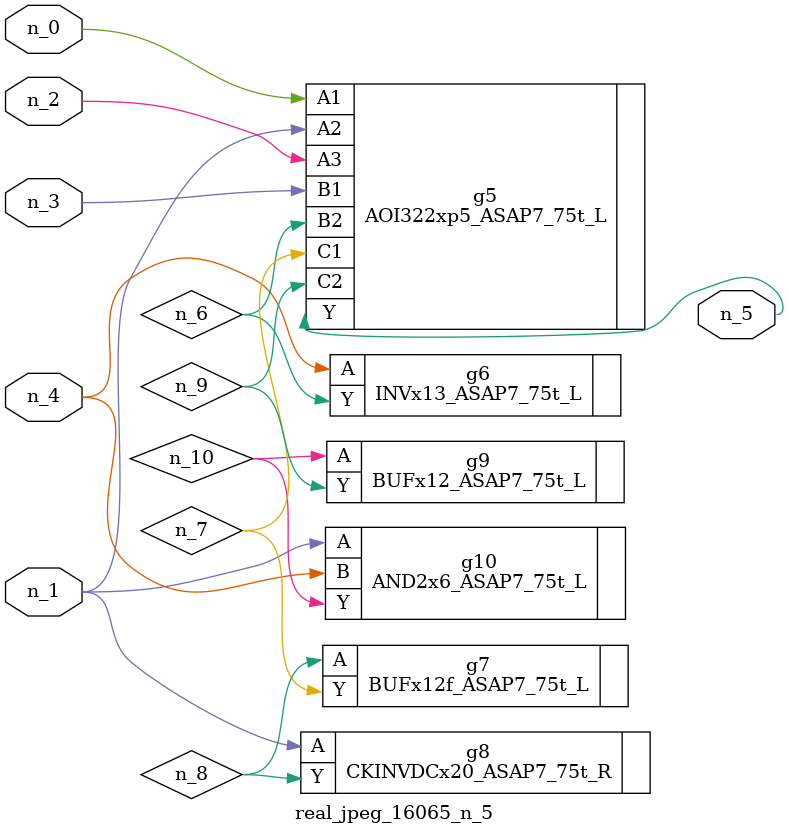
<source format=v>
module real_jpeg_16065_n_5 (n_4, n_0, n_1, n_2, n_3, n_5);

input n_4;
input n_0;
input n_1;
input n_2;
input n_3;

output n_5;

wire n_8;
wire n_6;
wire n_7;
wire n_10;
wire n_9;

AOI322xp5_ASAP7_75t_L g5 ( 
.A1(n_0),
.A2(n_1),
.A3(n_2),
.B1(n_3),
.B2(n_6),
.C1(n_7),
.C2(n_9),
.Y(n_5)
);

CKINVDCx20_ASAP7_75t_R g8 ( 
.A(n_1),
.Y(n_8)
);

AND2x6_ASAP7_75t_L g10 ( 
.A(n_1),
.B(n_4),
.Y(n_10)
);

INVx13_ASAP7_75t_L g6 ( 
.A(n_4),
.Y(n_6)
);

BUFx12f_ASAP7_75t_L g7 ( 
.A(n_8),
.Y(n_7)
);

BUFx12_ASAP7_75t_L g9 ( 
.A(n_10),
.Y(n_9)
);


endmodule
</source>
